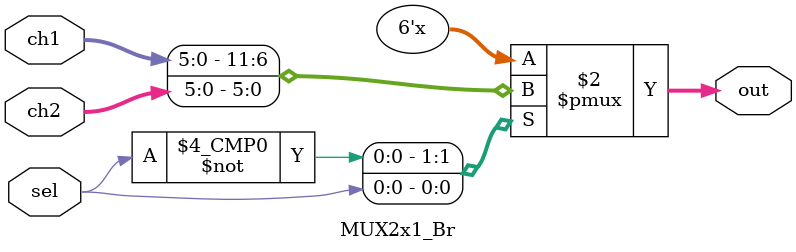
<source format=v>
`timescale 1ns / 1ps
module MUX2x1_Br(
    input [5:0] ch1,
    input [5:0] ch2,
    input sel,
    output reg [5:0] out
    );
	 
	 always @(sel or ch1 or ch2) begin
		case(sel)
			1'b0 : out  = ch1;
			1'b1 : out  = ch2;
		endcase
	 end

endmodule

</source>
